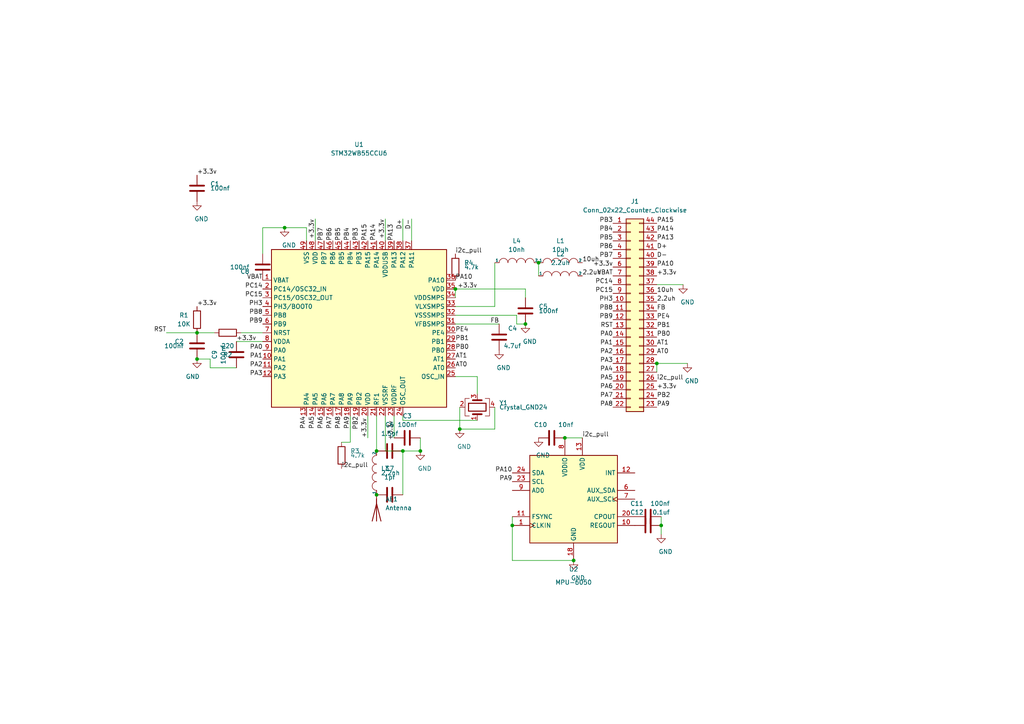
<source format=kicad_sch>
(kicad_sch (version 20210406) (generator eeschema)
  (paper "A4")
  (lib_symbols
    (symbol "Connector_Generic:Conn_02x22_Counter_Clockwise" (pin_names (offset 1.016) hide)
      (property "Reference" "J" (at 1.27 27.94 0))
      (property "Value" "Conn_02x22_Counter_Clockwise" (at 1.27 -30.48 0))
      (symbol "Conn_02x22_Counter_Clockwise_1_1"
        (rectangle (start -1.27 -27.813) (end 0 -28.067) (stroke (width 0.1524)))
        (rectangle (start -1.27 -25.273) (end 0 -25.527) (stroke (width 0.1524)))
        (rectangle (start -1.27 -22.733) (end 0 -22.987) (stroke (width 0.1524)))
        (rectangle (start -1.27 -20.193) (end 0 -20.447) (stroke (width 0.1524)))
        (rectangle (start -1.27 -17.653) (end 0 -17.907) (stroke (width 0.1524)))
        (rectangle (start -1.27 -15.113) (end 0 -15.367) (stroke (width 0.1524)))
        (rectangle (start -1.27 -12.573) (end 0 -12.827) (stroke (width 0.1524)))
        (rectangle (start -1.27 -10.033) (end 0 -10.287) (stroke (width 0.1524)))
        (rectangle (start -1.27 -7.493) (end 0 -7.747) (stroke (width 0.1524)))
        (rectangle (start -1.27 -4.953) (end 0 -5.207) (stroke (width 0.1524)))
        (rectangle (start -1.27 -2.413) (end 0 -2.667) (stroke (width 0.1524)))
        (rectangle (start -1.27 0.127) (end 0 -0.127) (stroke (width 0.1524)))
        (rectangle (start -1.27 2.667) (end 0 2.413) (stroke (width 0.1524)))
        (rectangle (start -1.27 5.207) (end 0 4.953) (stroke (width 0.1524)))
        (rectangle (start -1.27 7.747) (end 0 7.493) (stroke (width 0.1524)))
        (rectangle (start -1.27 10.287) (end 0 10.033) (stroke (width 0.1524)))
        (rectangle (start -1.27 12.827) (end 0 12.573) (stroke (width 0.1524)))
        (rectangle (start -1.27 15.367) (end 0 15.113) (stroke (width 0.1524)))
        (rectangle (start -1.27 17.907) (end 0 17.653) (stroke (width 0.1524)))
        (rectangle (start -1.27 20.447) (end 0 20.193) (stroke (width 0.1524)))
        (rectangle (start -1.27 22.987) (end 0 22.733) (stroke (width 0.1524)))
        (rectangle (start -1.27 25.527) (end 0 25.273) (stroke (width 0.1524)))
        (rectangle (start 3.81 -27.813) (end 2.54 -28.067) (stroke (width 0.1524)))
        (rectangle (start 3.81 -25.273) (end 2.54 -25.527) (stroke (width 0.1524)))
        (rectangle (start 3.81 -22.733) (end 2.54 -22.987) (stroke (width 0.1524)))
        (rectangle (start 3.81 -20.193) (end 2.54 -20.447) (stroke (width 0.1524)))
        (rectangle (start 3.81 -17.653) (end 2.54 -17.907) (stroke (width 0.1524)))
        (rectangle (start 3.81 -15.113) (end 2.54 -15.367) (stroke (width 0.1524)))
        (rectangle (start 3.81 -12.573) (end 2.54 -12.827) (stroke (width 0.1524)))
        (rectangle (start 3.81 -10.033) (end 2.54 -10.287) (stroke (width 0.1524)))
        (rectangle (start 3.81 -7.493) (end 2.54 -7.747) (stroke (width 0.1524)))
        (rectangle (start 3.81 -4.953) (end 2.54 -5.207) (stroke (width 0.1524)))
        (rectangle (start 3.81 -2.413) (end 2.54 -2.667) (stroke (width 0.1524)))
        (rectangle (start 3.81 0.127) (end 2.54 -0.127) (stroke (width 0.1524)))
        (rectangle (start 3.81 2.667) (end 2.54 2.413) (stroke (width 0.1524)))
        (rectangle (start 3.81 5.207) (end 2.54 4.953) (stroke (width 0.1524)))
        (rectangle (start 3.81 7.747) (end 2.54 7.493) (stroke (width 0.1524)))
        (rectangle (start 3.81 10.287) (end 2.54 10.033) (stroke (width 0.1524)))
        (rectangle (start 3.81 12.827) (end 2.54 12.573) (stroke (width 0.1524)))
        (rectangle (start 3.81 15.367) (end 2.54 15.113) (stroke (width 0.1524)))
        (rectangle (start 3.81 17.907) (end 2.54 17.653) (stroke (width 0.1524)))
        (rectangle (start 3.81 20.447) (end 2.54 20.193) (stroke (width 0.1524)))
        (rectangle (start 3.81 22.987) (end 2.54 22.733) (stroke (width 0.1524)))
        (rectangle (start 3.81 25.527) (end 2.54 25.273) (stroke (width 0.1524)))
        (rectangle (start -1.27 26.67) (end 3.81 -29.21) (stroke (width 0.254)) (fill (type background)))
        (pin passive line (at -5.08 25.4 0) (length 3.81) (name "Pin_1") (number "1"))
        (pin passive line (at -5.08 2.54 0) (length 3.81) (name "Pin_10") (number "10"))
        (pin passive line (at -5.08 0 0) (length 3.81) (name "Pin_11") (number "11"))
        (pin passive line (at -5.08 -2.54 0) (length 3.81) (name "Pin_12") (number "12"))
        (pin passive line (at -5.08 -5.08 0) (length 3.81) (name "Pin_13") (number "13"))
        (pin passive line (at -5.08 -7.62 0) (length 3.81) (name "Pin_14") (number "14"))
        (pin passive line (at -5.08 -10.16 0) (length 3.81) (name "Pin_15") (number "15"))
        (pin passive line (at -5.08 -12.7 0) (length 3.81) (name "Pin_16") (number "16"))
        (pin passive line (at -5.08 -15.24 0) (length 3.81) (name "Pin_17") (number "17"))
        (pin passive line (at -5.08 -17.78 0) (length 3.81) (name "Pin_18") (number "18"))
        (pin passive line (at -5.08 -20.32 0) (length 3.81) (name "Pin_19") (number "19"))
        (pin passive line (at -5.08 22.86 0) (length 3.81) (name "Pin_2") (number "2"))
        (pin passive line (at -5.08 -22.86 0) (length 3.81) (name "Pin_20") (number "20"))
        (pin passive line (at -5.08 -25.4 0) (length 3.81) (name "Pin_21") (number "21"))
        (pin passive line (at -5.08 -27.94 0) (length 3.81) (name "Pin_22") (number "22"))
        (pin passive line (at 7.62 -27.94 180) (length 3.81) (name "Pin_23") (number "23"))
        (pin passive line (at 7.62 -25.4 180) (length 3.81) (name "Pin_24") (number "24"))
        (pin passive line (at 7.62 -22.86 180) (length 3.81) (name "Pin_25") (number "25"))
        (pin passive line (at 7.62 -20.32 180) (length 3.81) (name "Pin_26") (number "26"))
        (pin passive line (at 7.62 -17.78 180) (length 3.81) (name "Pin_27") (number "27"))
        (pin passive line (at 7.62 -15.24 180) (length 3.81) (name "Pin_28") (number "28"))
        (pin passive line (at 7.62 -12.7 180) (length 3.81) (name "Pin_29") (number "29"))
        (pin passive line (at -5.08 20.32 0) (length 3.81) (name "Pin_3") (number "3"))
        (pin passive line (at 7.62 -10.16 180) (length 3.81) (name "Pin_30") (number "30"))
        (pin passive line (at 7.62 -7.62 180) (length 3.81) (name "Pin_31") (number "31"))
        (pin passive line (at 7.62 -5.08 180) (length 3.81) (name "Pin_32") (number "32"))
        (pin passive line (at 7.62 -2.54 180) (length 3.81) (name "Pin_33") (number "33"))
        (pin passive line (at 7.62 0 180) (length 3.81) (name "Pin_34") (number "34"))
        (pin passive line (at 7.62 2.54 180) (length 3.81) (name "Pin_35") (number "35"))
        (pin passive line (at 7.62 5.08 180) (length 3.81) (name "Pin_36") (number "36"))
        (pin passive line (at 7.62 7.62 180) (length 3.81) (name "Pin_37") (number "37"))
        (pin passive line (at 7.62 10.16 180) (length 3.81) (name "Pin_38") (number "38"))
        (pin passive line (at 7.62 12.7 180) (length 3.81) (name "Pin_39") (number "39"))
        (pin passive line (at -5.08 17.78 0) (length 3.81) (name "Pin_4") (number "4"))
        (pin passive line (at 7.62 15.24 180) (length 3.81) (name "Pin_40") (number "40"))
        (pin passive line (at 7.62 17.78 180) (length 3.81) (name "Pin_41") (number "41"))
        (pin passive line (at 7.62 20.32 180) (length 3.81) (name "Pin_42") (number "42"))
        (pin passive line (at 7.62 22.86 180) (length 3.81) (name "Pin_43") (number "43"))
        (pin passive line (at 7.62 25.4 180) (length 3.81) (name "Pin_44") (number "44"))
        (pin passive line (at -5.08 15.24 0) (length 3.81) (name "Pin_5") (number "5"))
        (pin passive line (at -5.08 12.7 0) (length 3.81) (name "Pin_6") (number "6"))
        (pin passive line (at -5.08 10.16 0) (length 3.81) (name "Pin_7") (number "7"))
        (pin passive line (at -5.08 7.62 0) (length 3.81) (name "Pin_8") (number "8"))
        (pin passive line (at -5.08 5.08 0) (length 3.81) (name "Pin_9") (number "9"))
      )
    )
    (symbol "Device:Antenna" (pin_numbers hide) (pin_names (offset 1.016) hide)
      (property "Reference" "AE" (at -1.905 1.905 0))
      (property "Value" "Antenna" (at -1.905 0 0))
      (symbol "Antenna_0_1"
        (polyline (pts (xy 0 2.54) (xy 0 -3.81)) (stroke (width 0.254)))
        (polyline (pts (xy 1.27 2.54) (xy 0 -2.54) (xy -1.27 2.54)) (stroke (width 0.254)))
      )
      (symbol "Antenna_1_1"
        (pin input line (at 0 -5.08 90) (length 2.54) (name "A") (number "1"))
      )
    )
    (symbol "Device:C" (pin_numbers hide) (pin_names (offset 0.254))
      (property "Reference" "C" (at 0.635 2.54 0))
      (property "Value" "C" (at 0.635 -2.54 0))
      (symbol "C_0_1"
        (polyline (pts (xy -2.032 -0.762) (xy 2.032 -0.762)) (stroke (width 0.508)))
        (polyline (pts (xy -2.032 0.762) (xy 2.032 0.762)) (stroke (width 0.508)))
      )
      (symbol "C_1_1"
        (pin passive line (at 0 3.81 270) (length 2.794) (name "~") (number "1"))
        (pin passive line (at 0 -3.81 90) (length 2.794) (name "~") (number "2"))
      )
    )
    (symbol "Device:Crystal_GND24" (pin_names (offset 1.016) hide)
      (property "Reference" "Y" (at 3.175 5.08 0))
      (property "Value" "Crystal_GND24" (at 3.175 3.175 0))
      (symbol "Crystal_GND24_0_1"
        (rectangle (start -1.143 2.54) (end 1.143 -2.54) (stroke (width 0.3048)))
        (polyline (pts (xy -2.54 0) (xy -2.032 0)))
        (polyline (pts (xy -2.032 -1.27) (xy -2.032 1.27)) (stroke (width 0.508)))
        (polyline (pts (xy 0 -3.81) (xy 0 -3.556)))
        (polyline (pts (xy 0 3.556) (xy 0 3.81)))
        (polyline (pts (xy 2.032 -1.27) (xy 2.032 1.27)) (stroke (width 0.508)))
        (polyline (pts (xy 2.032 0) (xy 2.54 0)))
        (polyline (pts (xy -2.54 -2.286) (xy -2.54 -3.556) (xy 2.54 -3.556) (xy 2.54 -2.286)))
        (polyline (pts (xy -2.54 2.286) (xy -2.54 3.556) (xy 2.54 3.556) (xy 2.54 2.286)))
      )
      (symbol "Crystal_GND24_1_1"
        (pin passive line (at -3.81 0 0) (length 1.27) (name "1") (number "1"))
        (pin passive line (at 0 5.08 270) (length 1.27) (name "2") (number "2"))
        (pin passive line (at 3.81 0 180) (length 1.27) (name "3") (number "3"))
        (pin passive line (at 0 -5.08 90) (length 1.27) (name "4") (number "4"))
      )
    )
    (symbol "Device:R" (pin_numbers hide) (pin_names (offset 0))
      (property "Reference" "R" (at 2.032 0 90))
      (property "Value" "R" (at 0 0 90))
      (symbol "R_0_1"
        (rectangle (start -1.016 -2.54) (end 1.016 2.54) (stroke (width 0.254)))
      )
      (symbol "R_1_1"
        (pin passive line (at 0 3.81 270) (length 1.27) (name "~") (number "1"))
        (pin passive line (at 0 -3.81 90) (length 1.27) (name "~") (number "2"))
      )
    )
    (symbol "MCU_ST_STM32F0:STM32F072CBUx"
      (property "Reference" "U" (at -15.24 36.83 0))
      (property "Value" "STM32F072CBUx" (at 7.62 36.83 0))
      (symbol "STM32F072CBUx_0_1"
        (rectangle (start -26.67 12.7) (end 24.13 -33.02) (stroke (width 0.254)) (fill (type background)))
      )
      (symbol "STM32F072CBUx_1_1"
        (pin power_in line (at -29.21 3.81 0) (length 2.54) (name "VBAT") (number "1"))
        (pin bidirectional line (at -29.21 -19.05 0) (length 2.54) (name "PA1") (number "10"))
        (pin bidirectional line (at -29.21 -21.59 0) (length 2.54) (name "PA2") (number "11"))
        (pin bidirectional line (at -29.21 -24.13 0) (length 2.54) (name "PA3") (number "12"))
        (pin bidirectional line (at -16.51 -35.56 90) (length 2.54) (name "PA4") (number "13"))
        (pin bidirectional line (at -13.97 -35.56 90) (length 2.54) (name "PA5") (number "14"))
        (pin bidirectional line (at -11.43 -35.56 90) (length 2.54) (name "PA6") (number "15"))
        (pin bidirectional line (at -8.89 -35.56 90) (length 2.54) (name "PA7") (number "16"))
        (pin bidirectional line (at -6.35 -35.56 90) (length 2.54) (name "PA8") (number "17"))
        (pin bidirectional line (at -3.81 -35.56 90) (length 2.54) (name "PA9") (number "18"))
        (pin bidirectional line (at -1.27 -35.56 90) (length 2.54) (name "PB2") (number "19"))
        (pin bidirectional line (at -29.21 1.27 0) (length 2.54) (name "PC14/OSC32_IN") (number "2"))
        (pin bidirectional line (at 1.27 -35.56 90) (length 2.54) (name "VDD") (number "20"))
        (pin bidirectional line (at 3.81 -35.56 90) (length 2.54) (name "RF1") (number "21"))
        (pin bidirectional line (at 6.35 -35.56 90) (length 2.54) (name "VSSRF") (number "22"))
        (pin power_in line (at 8.89 -35.56 90) (length 2.54) (name "VDDRF") (number "23"))
        (pin power_in line (at 11.43 -35.56 90) (length 2.54) (name "OSC_OUT") (number "24"))
        (pin bidirectional line (at 26.67 -24.13 180) (length 2.54) (name "OSC_IN") (number "25"))
        (pin bidirectional line (at 26.67 -21.59 180) (length 2.54) (name "AT0") (number "26"))
        (pin bidirectional line (at 26.67 -19.05 180) (length 2.54) (name "AT1") (number "27"))
        (pin bidirectional line (at 26.67 -16.51 180) (length 2.54) (name "PB0") (number "28"))
        (pin bidirectional line (at 26.67 -13.97 180) (length 2.54) (name "PB1") (number "29"))
        (pin bidirectional line (at -29.21 -1.27 0) (length 2.54) (name "PC15/OSC32_OUT") (number "3"))
        (pin bidirectional line (at 26.67 -11.43 180) (length 2.54) (name "PE4") (number "30"))
        (pin bidirectional line (at 26.67 -8.89 180) (length 2.54) (name "VFBSMPS") (number "31"))
        (pin bidirectional line (at 26.67 -6.35 180) (length 2.54) (name "VSSSMPS") (number "32"))
        (pin bidirectional line (at 26.67 -3.81 180) (length 2.54) (name "VLXSMPS") (number "33"))
        (pin bidirectional line (at 26.67 -1.27 180) (length 2.54) (name "VDDSMPS") (number "34"))
        (pin power_in line (at 26.67 1.27 180) (length 2.54) (name "VDD") (number "35"))
        (pin power_in line (at 26.67 3.81 180) (length 2.54) (name "PA10") (number "36"))
        (pin bidirectional line (at 13.97 15.24 270) (length 2.54) (name "PA11") (number "37"))
        (pin bidirectional line (at 11.43 15.24 270) (length 2.54) (name "PA12") (number "38"))
        (pin bidirectional line (at 8.89 15.24 270) (length 2.54) (name "PA13") (number "39"))
        (pin bidirectional line (at -29.21 -3.81 0) (length 2.54) (name "PH3/BOOT0") (number "4"))
        (pin bidirectional line (at 6.35 15.24 270) (length 2.54) (name "VDDUSB") (number "40"))
        (pin bidirectional line (at 3.81 15.24 270) (length 2.54) (name "PA14") (number "41"))
        (pin bidirectional line (at 1.27 15.24 270) (length 2.54) (name "PA15") (number "42"))
        (pin bidirectional line (at -1.27 15.24 270) (length 2.54) (name "PB3") (number "43"))
        (pin input line (at -3.81 15.24 270) (length 2.54) (name "PB4") (number "44"))
        (pin bidirectional line (at -6.35 15.24 270) (length 2.54) (name "PB5") (number "45"))
        (pin bidirectional line (at -8.89 15.24 270) (length 2.54) (name "PB6") (number "46"))
        (pin power_in line (at -11.43 15.24 270) (length 2.54) (name "PB7") (number "47"))
        (pin power_in line (at -13.97 15.24 270) (length 2.54) (name "VDD") (number "48"))
        (pin power_in line (at -16.51 15.24 270) (length 2.54) (name "VSS") (number "49"))
        (pin input line (at -29.21 -6.35 0) (length 2.54) (name "PB8") (number "5"))
        (pin input line (at -29.21 -8.89 0) (length 2.54) (name "PB9") (number "6"))
        (pin input line (at -29.21 -11.43 0) (length 2.54) (name "NRST") (number "7"))
        (pin power_in line (at -29.21 -13.97 0) (length 2.54) (name "VDDA") (number "8"))
        (pin power_in line (at -29.21 -16.51 0) (length 2.54) (name "PA0") (number "9"))
      )
    )
    (symbol "Sensor_Motion:MPU-6050"
      (property "Reference" "U" (at -11.43 13.97 0))
      (property "Value" "MPU-6050" (at 7.62 -13.97 0))
      (symbol "MPU-6050_0_1"
        (rectangle (start -12.7 12.7) (end 12.7 -12.7) (stroke (width 0.254)) (fill (type background)))
      )
      (symbol "MPU-6050_1_1"
        (pin input clock (at -17.78 -7.62 0) (length 5.08) (name "CLKIN") (number "1"))
        (pin passive line (at 17.78 -7.62 180) (length 5.08) (name "REGOUT") (number "10"))
        (pin input line (at -17.78 -5.08 0) (length 5.08) (name "FSYNC") (number "11"))
        (pin output line (at 17.78 7.62 180) (length 5.08) (name "INT") (number "12"))
        (pin power_in line (at 2.54 17.78 270) (length 5.08) (name "VDD") (number "13"))
        (pin power_in line (at 0 -17.78 90) (length 5.08) (name "GND") (number "18"))
        (pin passive line (at 17.78 -5.08 180) (length 5.08) (name "CPOUT") (number "20"))
        (pin input line (at -17.78 5.08 0) (length 5.08) (name "SCL") (number "23"))
        (pin bidirectional line (at -17.78 7.62 0) (length 5.08) (name "SDA") (number "24"))
        (pin bidirectional line (at 17.78 2.54 180) (length 5.08) (name "AUX_SDA") (number "6"))
        (pin output clock (at 17.78 0 180) (length 5.08) (name "AUX_SCL") (number "7"))
        (pin power_in line (at -2.54 17.78 270) (length 5.08) (name "VDDIO") (number "8"))
        (pin input line (at -17.78 2.54 0) (length 5.08) (name "AD0") (number "9"))
      )
    )
    (symbol "power:GND" (power) (pin_names (offset 0))
      (property "Value" "GND" (at 0 -3.81 0))
      (symbol "GND_0_1"
        (polyline (pts (xy 0 0) (xy 0 -1.27) (xy 1.27 -1.27) (xy 0 -2.54) (xy -1.27 -1.27) (xy 0 -1.27)))
      )
      (symbol "GND_1_1"
        (pin power_in line (at 0 0 270) (length 0) hide (name "GND") (number "1"))
      )
    )
    (symbol "pspice:INDUCTOR" (pin_numbers hide) (pin_names (offset 0))
      (property "Reference" "L" (at 0 2.54 0))
      (property "Value" "INDUCTOR" (at 0 -1.27 0))
      (symbol "INDUCTOR_0_1"
        (arc (start -2.54 0) (end -5.08 0) (radius (at -3.81 0) (length 1.27) (angles 0.1 179.9)))
        (arc (start 0 0) (end -2.54 0) (radius (at -1.27 0) (length 1.27) (angles 0.1 179.9)))
        (arc (start 2.54 0) (end 0 0) (radius (at 1.27 0) (length 1.27) (angles 0.1 179.9)))
        (arc (start 5.08 0) (end 2.54 0) (radius (at 3.81 0) (length 1.27) (angles 0.1 179.9)))
      )
      (symbol "INDUCTOR_1_1"
        (pin input line (at -6.35 0 0) (length 1.27) (name "1") (number "1"))
        (pin input line (at 6.35 0 180) (length 1.27) (name "2") (number "2"))
      )
    )
  )
  (junction (at 57.15 96.52) (diameter 0.9144))
  (junction (at 57.15 104.14) (diameter 0.9144))
  (junction (at 82.55 66.04) (diameter 0.9144))
  (junction (at 109.22 130.81) (diameter 0.9144))
  (junction (at 109.22 143.51) (diameter 0.9144))
  (junction (at 116.84 130.81) (diameter 0.9144))
  (junction (at 121.92 130.81) (diameter 0.9144))
  (junction (at 132.08 83.82) (diameter 0.9144))
  (junction (at 133.35 124.46) (diameter 0.9144))
  (junction (at 148.59 152.4) (diameter 0.9144))
  (junction (at 152.4 93.98) (diameter 0.9144))
  (junction (at 156.21 76.2) (diameter 0.9144))
  (junction (at 163.83 127) (diameter 0.9144))
  (junction (at 166.37 162.56) (diameter 0.9144))
  (junction (at 190.5 105.41) (diameter 0.9144))
  (junction (at 191.77 152.4) (diameter 0.9144))
  (wire (pts (xy 57.15 96.52) (xy 48.26 96.52)))
  (wire (pts (xy 60.96 104.14) (xy 57.15 104.14)))
  (wire (pts (xy 60.96 104.14) (xy 60.96 106.68)))
  (wire (pts (xy 62.23 96.52) (xy 57.15 96.52)))
  (wire (pts (xy 68.58 99.06) (xy 76.2 99.06)))
  (wire (pts (xy 68.58 106.68) (xy 60.96 106.68)))
  (wire (pts (xy 69.85 96.52) (xy 76.2 96.52)))
  (wire (pts (xy 76.2 66.04) (xy 82.55 66.04)))
  (wire (pts (xy 76.2 73.66) (xy 76.2 66.04)))
  (wire (pts (xy 88.9 66.04) (xy 82.55 66.04)))
  (wire (pts (xy 88.9 69.85) (xy 88.9 66.04)))
  (wire (pts (xy 91.44 63.5) (xy 91.44 69.85)))
  (wire (pts (xy 99.06 128.27) (xy 101.6 128.27)))
  (wire (pts (xy 101.6 128.27) (xy 101.6 120.65)))
  (wire (pts (xy 106.68 120.65) (xy 106.68 127)))
  (wire (pts (xy 109.22 120.65) (xy 109.22 130.81)))
  (wire (pts (xy 111.76 63.5) (xy 111.76 69.85)))
  (wire (pts (xy 111.76 120.65) (xy 111.76 130.81)))
  (wire (pts (xy 111.76 130.81) (xy 116.84 130.81)))
  (wire (pts (xy 114.3 120.65) (xy 114.3 127)))
  (wire (pts (xy 116.84 63.5) (xy 116.84 69.85)))
  (wire (pts (xy 116.84 121.92) (xy 116.84 120.65)))
  (wire (pts (xy 116.84 130.81) (xy 116.84 143.51)))
  (wire (pts (xy 116.84 130.81) (xy 121.92 130.81)))
  (wire (pts (xy 119.38 63.5) (xy 119.38 69.85)))
  (wire (pts (xy 121.92 130.81) (xy 121.92 127)))
  (wire (pts (xy 132.08 83.82) (xy 132.08 86.36)))
  (wire (pts (xy 132.08 83.82) (xy 152.4 83.82)))
  (wire (pts (xy 132.08 88.9) (xy 143.51 88.9)))
  (wire (pts (xy 132.08 91.44) (xy 149.86 91.44)))
  (wire (pts (xy 132.08 93.98) (xy 144.78 93.98)))
  (wire (pts (xy 133.35 118.11) (xy 133.35 124.46)))
  (wire (pts (xy 138.43 109.22) (xy 132.08 109.22)))
  (wire (pts (xy 138.43 114.3) (xy 138.43 109.22)))
  (wire (pts (xy 138.43 121.92) (xy 116.84 121.92)))
  (wire (pts (xy 143.51 88.9) (xy 143.51 76.2)))
  (wire (pts (xy 143.51 118.11) (xy 143.51 124.46)))
  (wire (pts (xy 143.51 124.46) (xy 133.35 124.46)))
  (wire (pts (xy 148.59 149.86) (xy 148.59 152.4)))
  (wire (pts (xy 148.59 152.4) (xy 148.59 162.56)))
  (wire (pts (xy 148.59 162.56) (xy 166.37 162.56)))
  (wire (pts (xy 149.86 91.44) (xy 149.86 93.98)))
  (wire (pts (xy 149.86 93.98) (xy 152.4 93.98)))
  (wire (pts (xy 152.4 86.36) (xy 152.4 83.82)))
  (wire (pts (xy 156.21 76.2) (xy 156.21 80.01)))
  (wire (pts (xy 163.83 127) (xy 168.91 127)))
  (wire (pts (xy 190.5 82.55) (xy 198.12 82.55)))
  (wire (pts (xy 190.5 105.41) (xy 199.39 105.41)))
  (wire (pts (xy 190.5 107.95) (xy 190.5 105.41)))
  (wire (pts (xy 191.77 149.86) (xy 191.77 152.4)))
  (wire (pts (xy 191.77 152.4) (xy 191.77 154.94)))
  (label "RST" (at 48.26 96.52 180))
  (label "+3.3v" (at 57.15 50.8 0))
  (label "+3.3v" (at 57.15 88.9 0))
  (label "+3.3v" (at 68.58 99.06 0))
  (label "VBAT" (at 76.2 81.28 180))
  (label "PC14" (at 76.2 83.82 180))
  (label "PC15" (at 76.2 86.36 180))
  (label "PH3" (at 76.2 88.9 180))
  (label "PB8" (at 76.2 91.44 180))
  (label "PB9" (at 76.2 93.98 180))
  (label "PA0" (at 76.2 101.6 180))
  (label "PA1" (at 76.2 104.14 180))
  (label "PA2" (at 76.2 106.68 180))
  (label "PA3" (at 76.2 109.22 180))
  (label "PA4" (at 88.9 120.65 270))
  (label "+3.3v" (at 91.44 63.5 270))
  (label "PA5" (at 91.44 120.65 270))
  (label "PB7" (at 93.98 69.85 90))
  (label "PA6" (at 93.98 120.65 270))
  (label "PB6" (at 96.52 69.85 90))
  (label "PA7" (at 96.52 120.65 270))
  (label "PB5" (at 99.06 69.85 90))
  (label "PA8" (at 99.06 120.65 270))
  (label "i2c_pull" (at 99.06 135.89 0))
  (label "PB4" (at 101.6 69.85 90))
  (label "PA9" (at 101.6 120.65 270))
  (label "PB3" (at 104.14 69.85 90))
  (label "PB2" (at 104.14 120.65 270))
  (label "PA15" (at 106.68 69.85 90))
  (label "+3.3v" (at 106.68 127 90))
  (label "PA14" (at 109.22 69.85 90))
  (label "+3.3v" (at 111.76 63.5 270))
  (label "PA13" (at 114.3 69.85 90))
  (label "+3.3v" (at 114.3 121.92 270))
  (label "D+" (at 116.84 63.5 270))
  (label "D-" (at 119.38 63.5 270))
  (label "i2c_pull" (at 132.08 73.66 0))
  (label "PA10" (at 132.08 81.28 0))
  (label "PE4" (at 132.08 96.52 0))
  (label "PB1" (at 132.08 99.06 0))
  (label "PB0" (at 132.08 101.6 0))
  (label "AT1" (at 132.08 104.14 0))
  (label "AT0" (at 132.08 106.68 0))
  (label "+3.3v" (at 138.43 83.82 180))
  (label "FB" (at 144.78 93.98 180))
  (label "PA10" (at 148.59 137.16 180))
  (label "PA9" (at 148.59 139.7 180))
  (label "10uh" (at 168.91 76.2 0))
  (label "2.2uh" (at 168.91 80.01 0))
  (label "i2c_pull" (at 168.91 127 0))
  (label "PB3" (at 177.8 64.77 180))
  (label "PB4" (at 177.8 67.31 180))
  (label "PB5" (at 177.8 69.85 180))
  (label "PB6" (at 177.8 72.39 180))
  (label "PB7" (at 177.8 74.93 180))
  (label "+3.3v" (at 177.8 77.47 180))
  (label "VBAT" (at 177.8 80.01 180))
  (label "PC14" (at 177.8 82.55 180))
  (label "PC15" (at 177.8 85.09 180))
  (label "PH3" (at 177.8 87.63 180))
  (label "PB8" (at 177.8 90.17 180))
  (label "PB9" (at 177.8 92.71 180))
  (label "RST" (at 177.8 95.25 180))
  (label "PA0" (at 177.8 97.79 180))
  (label "PA1" (at 177.8 100.33 180))
  (label "PA2" (at 177.8 102.87 180))
  (label "PA3" (at 177.8 105.41 180))
  (label "PA4" (at 177.8 107.95 180))
  (label "PA5" (at 177.8 110.49 180))
  (label "PA6" (at 177.8 113.03 180))
  (label "PA7" (at 177.8 115.57 180))
  (label "PA8" (at 177.8 118.11 180))
  (label "PA15" (at 190.5 64.77 0))
  (label "PA14" (at 190.5 67.31 0))
  (label "PA13" (at 190.5 69.85 0))
  (label "D+" (at 190.5 72.39 0))
  (label "D-" (at 190.5 74.93 0))
  (label "PA10" (at 190.5 77.47 0))
  (label "+3.3v" (at 190.5 80.01 0))
  (label "10uh" (at 190.5 85.09 0))
  (label "2.2uh" (at 190.5 87.63 0))
  (label "FB" (at 190.5 90.17 0))
  (label "PE4" (at 190.5 92.71 0))
  (label "PB1" (at 190.5 95.25 0))
  (label "PB0" (at 190.5 97.79 0))
  (label "AT1" (at 190.5 100.33 0))
  (label "AT0" (at 190.5 102.87 0))
  (label "i2c_pull" (at 190.5 110.49 0))
  (label "+3.3v" (at 190.5 113.03 0))
  (label "PB2" (at 190.5 115.57 0))
  (label "PA9" (at 190.5 118.11 0))
  (symbol (lib_id "power:GND") (at 57.15 58.42 0) (unit 1)
    (property "Reference" "#PWR0103" (effects hide))
    (property "Value" "GND" (at 58.42 63.5 0))
  )
  (symbol (lib_id "power:GND") (at 57.15 104.14 0) (mirror y) (unit 1)
    (property "Reference" "#PWR0105" (effects hide))
    (property "Value" "GND" (at 55.88 109.22 0))
  )
  (symbol (lib_id "power:GND") (at 82.55 66.04 0) (unit 1)
    (property "Reference" "#PWR0104" (effects hide))
    (property "Value" "GND" (at 83.82 71.12 0))
  )
  (symbol (lib_id "power:GND") (at 121.92 130.81 0) (unit 1)
    (property "Reference" "#PWR0102" (effects hide))
    (property "Value" "GND" (at 123.19 135.89 0))
  )
  (symbol (lib_id "power:GND") (at 133.35 124.46 0) (unit 1)
    (property "Reference" "#PWR0101" (effects hide))
    (property "Value" "GND" (at 134.62 129.54 0))
  )
  (symbol (lib_id "power:GND") (at 144.78 101.6 0) (unit 1)
    (property "Reference" "#PWR0109" (effects hide))
    (property "Value" "GND" (at 146.05 106.68 0))
  )
  (symbol (lib_id "power:GND") (at 152.4 93.98 0) (unit 1)
    (property "Reference" "#PWR0108" (effects hide))
    (property "Value" "GND" (at 153.67 99.06 0))
  )
  (symbol (lib_id "power:GND") (at 156.21 127 0) (unit 1)
    (property "Reference" "#PWR0110" (effects hide))
    (property "Value" "GND" (at 157.48 132.08 0))
  )
  (symbol (lib_id "power:GND") (at 166.37 162.56 0) (unit 1)
    (property "Reference" "#PWR0112" (effects hide))
    (property "Value" "GND" (at 167.64 167.64 0))
  )
  (symbol (lib_id "power:GND") (at 191.77 154.94 0) (unit 1)
    (property "Reference" "#PWR0111" (effects hide))
    (property "Value" "GND" (at 193.04 160.02 0))
  )
  (symbol (lib_id "power:GND") (at 198.12 82.55 0) (unit 1)
    (property "Reference" "#PWR0107" (effects hide))
    (property "Value" "GND" (at 199.39 87.63 0))
  )
  (symbol (lib_id "power:GND") (at 199.39 105.41 0) (unit 1)
    (property "Reference" "#PWR0106" (effects hide))
    (property "Value" "GND" (at 200.66 110.49 0))
  )
  (symbol (lib_id "Device:R") (at 57.15 92.71 0) (mirror y) (unit 1)
    (property "Reference" "R1" (at 53.34 91.44 0))
    (property "Value" "10K" (at 53.34 93.98 0))
    (property "Footprint" "Capacitor_SMD:C_0201_0603Metric" (effects hide))
  )
  (symbol (lib_id "Device:R") (at 66.04 96.52 90) (mirror x) (unit 1)
    (property "Reference" "R2" (at 66.04 102.87 90))
    (property "Value" "220" (at 66.04 100.33 90))
    (property "Footprint" "Resistor_SMD:R_0201_0603Metric" (effects hide))
  )
  (symbol (lib_id "Device:R") (at 99.06 132.08 0) (unit 1)
    (property "Reference" "R3" (at 101.6 130.81 0) (effects (justify left)))
    (property "Value" "4.7k" (at 101.6 132.08 0) (effects (justify left)))
    (property "Footprint" "Resistor_SMD:R_0402_1005Metric" (effects hide))
  )
  (symbol (lib_id "Device:R") (at 132.08 77.47 0) (unit 1)
    (property "Reference" "R4" (at 134.62 76.2 0) (effects (justify left)))
    (property "Value" "4.7k" (at 134.62 77.47 0) (effects (justify left)))
    (property "Footprint" "Resistor_SMD:R_0402_1005Metric" (effects hide))
  )
  (symbol (lib_id "pspice:INDUCTOR") (at 109.22 137.16 90) (unit 1)
    (property "Reference" "L3" (at 110.49 135.89 90) (effects (justify right)))
    (property "Value" "2.2nh" (at 110.49 137.16 90) (effects (justify right)))
    (property "Footprint" "Inductor_SMD:L_0603_1608Metric" (effects hide))
  )
  (symbol (lib_id "pspice:INDUCTOR") (at 149.86 76.2 0) (unit 1)
    (property "Reference" "L4" (at 149.86 69.85 0))
    (property "Value" "10nh" (at 149.86 72.39 0))
    (property "Footprint" "Inductor_SMD:L_0603_1608Metric" (effects hide))
  )
  (symbol (lib_id "pspice:INDUCTOR") (at 162.56 76.2 0) (unit 1)
    (property "Reference" "L1" (at 162.56 69.85 0))
    (property "Value" "10uh" (at 162.56 72.39 0))
    (property "Footprint" "Inductor_SMD:L_0603_1608Metric" (effects hide))
  )
  (symbol (lib_id "pspice:INDUCTOR") (at 162.56 80.01 0) (unit 1)
    (property "Reference" "L2" (at 162.56 73.66 0))
    (property "Value" "2.2uh" (at 162.56 76.2 0))
    (property "Footprint" "Inductor_SMD:L_0805_2012Metric" (effects hide))
  )
  (symbol (lib_id "Device:Antenna") (at 109.22 148.59 180) (unit 1)
    (property "Reference" "AE1" (at 111.76 144.78 0) (effects (justify right)))
    (property "Value" "Antenna" (at 111.76 147.32 0) (effects (justify right)))
    (property "Footprint" "Resistor_SMD:R_1206_3216Metric" (effects hide))
  )
  (symbol (lib_id "Device:C") (at 57.15 54.61 0) (unit 1)
    (property "Reference" "C1" (at 60.96 53.34 0) (effects (justify left)))
    (property "Value" "100nf" (at 60.96 54.61 0) (effects (justify left)))
    (property "Footprint" "Capacitor_SMD:C_0402_1005Metric" (effects hide))
  )
  (symbol (lib_id "Device:C") (at 57.15 100.33 0) (mirror y) (unit 1)
    (property "Reference" "C2" (at 53.34 99.06 0) (effects (justify left)))
    (property "Value" "100nf" (at 53.34 100.33 0) (effects (justify left)))
    (property "Footprint" "Capacitor_SMD:C_0402_1005Metric" (effects hide))
  )
  (symbol (lib_id "Device:C") (at 68.58 102.87 180) (unit 1)
    (property "Reference" "C9" (at 62.23 102.87 90))
    (property "Value" "100nf" (at 64.77 102.87 90))
    (property "Footprint" "Capacitor_SMD:C_0402_1005Metric" (effects hide))
  )
  (symbol (lib_id "Device:C") (at 76.2 77.47 180) (unit 1)
    (property "Reference" "C8" (at 72.39 78.74 0) (effects (justify left)))
    (property "Value" "100nf" (at 72.39 77.47 0) (effects (justify left)))
    (property "Footprint" "Capacitor_SMD:C_0402_1005Metric" (effects hide))
  )
  (symbol (lib_id "Device:C") (at 113.03 130.81 270) (unit 1)
    (property "Reference" "C6" (at 113.03 123.19 90))
    (property "Value" "1.5pf" (at 113.03 125.73 90))
    (property "Footprint" "Capacitor_SMD:C_0402_1005Metric" (effects hide))
  )
  (symbol (lib_id "Device:C") (at 113.03 143.51 90) (unit 1)
    (property "Reference" "C7" (at 113.03 135.89 90))
    (property "Value" "1pf" (at 113.03 138.43 90))
    (property "Footprint" "Capacitor_SMD:C_0402_1005Metric" (effects hide))
  )
  (symbol (lib_id "Device:C") (at 118.11 127 90) (unit 1)
    (property "Reference" "C3" (at 118.11 120.65 90))
    (property "Value" "100nf" (at 118.11 123.19 90))
    (property "Footprint" "Capacitor_SMD:C_0402_1005Metric" (effects hide))
  )
  (symbol (lib_id "Device:C") (at 144.78 97.79 0) (unit 1)
    (property "Reference" "C4" (at 147.32 95.25 0) (effects (justify left)))
    (property "Value" "4.7uf" (at 146.05 100.33 0) (effects (justify left)))
    (property "Footprint" "Capacitor_SMD:C_0402_1005Metric" (effects hide))
  )
  (symbol (lib_id "Device:C") (at 152.4 90.17 0) (unit 1)
    (property "Reference" "C5" (at 156.21 88.9 0) (effects (justify left)))
    (property "Value" "100nf" (at 156.21 90.17 0) (effects (justify left)))
    (property "Footprint" "Capacitor_SMD:C_0402_1005Metric" (effects hide))
  )
  (symbol (lib_id "Device:C") (at 160.02 127 90) (unit 1)
    (property "Reference" "C10" (at 158.75 123.19 90) (effects (justify left)))
    (property "Value" "10nf" (at 166.37 123.19 90) (effects (justify left)))
    (property "Footprint" "Capacitor_SMD:C_0402_1005Metric" (effects hide))
  )
  (symbol (lib_id "Device:C") (at 187.96 149.86 90) (unit 1)
    (property "Reference" "C11" (at 186.69 146.05 90) (effects (justify left)))
    (property "Value" "100nf" (at 194.31 146.05 90) (effects (justify left)))
    (property "Footprint" "Capacitor_SMD:C_0402_1005Metric" (effects hide))
  )
  (symbol (lib_id "Device:C") (at 187.96 152.4 90) (unit 1)
    (property "Reference" "C12" (at 186.69 148.59 90) (effects (justify left)))
    (property "Value" "0.1uf" (at 194.31 148.59 90) (effects (justify left)))
    (property "Footprint" "Capacitor_SMD:C_0402_1005Metric" (effects hide))
  )
  (symbol (lib_id "Device:Crystal_GND24") (at 138.43 118.11 90) (unit 1)
    (property "Reference" "Y1" (at 144.78 116.84 90) (effects (justify right)))
    (property "Value" "Crystal_GND24" (at 144.78 118.11 90) (effects (justify right)))
    (property "Footprint" "Crystal:Crystal_SMD_3225-4Pin_3.2x2.5mm" (effects hide))
  )
  (symbol (lib_id "Connector_Generic:Conn_02x22_Counter_Clockwise") (at 182.88 90.17 0) (unit 1)
    (property "Reference" "J1" (at 184.15 58.42 0))
    (property "Value" "Conn_02x22_Counter_Clockwise" (at 184.15 60.96 0))
    (property "Footprint" "Package_LCC:PLCC-44_16.6x16.6mm_P1.27mm" (effects hide))
  )
  (symbol (lib_id "Sensor_Motion:MPU-6050") (at 166.37 144.78 0) (unit 1)
    (property "Reference" "U2" (at 166.37 165.1 0))
    (property "Value" "MPU-6050" (at 166.37 168.91 0))
    (property "Footprint" "Sensor_Motion:InvenSense_QFN-24_4x4mm_P0.5mm" (effects hide))
    (property "Datasheet" "https://store.invensense.com/datasheets/invensense/MPU-6050_DataSheet_V3%204.pdf" (effects hide))
  )
  (symbol (lib_id "MCU_ST_STM32F0:STM32F072CBUx") (at 105.41 85.09 0) (unit 1)
    (property "Reference" "U1" (at 104.14 41.91 0))
    (property "Value" "STM32WB55CCU6" (at 104.14 44.45 0))
    (property "Footprint" "Package_DFN_QFN:QFN-48-1EP_7x7mm_P0.5mm_EP5.6x5.6mm" (effects hide))
    (property "Datasheet" "http://www.st.com/st-web-ui/static/active/en/resource/technical/document/datasheet/DM00090510.pdf" (effects hide))
  )
)
</source>
